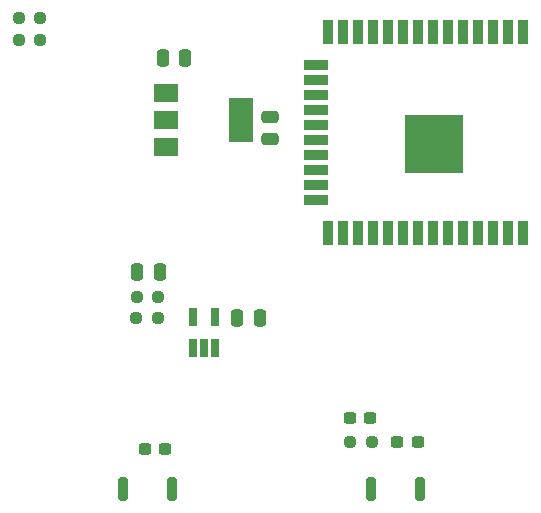
<source format=gbr>
%TF.GenerationSoftware,KiCad,Pcbnew,7.0.6*%
%TF.CreationDate,2023-10-13T10:01:51+08:00*%
%TF.ProjectId,86_BOX_PANEL,38365f42-4f58-45f5-9041-4e454c2e6b69,rev?*%
%TF.SameCoordinates,Original*%
%TF.FileFunction,Paste,Bot*%
%TF.FilePolarity,Positive*%
%FSLAX46Y46*%
G04 Gerber Fmt 4.6, Leading zero omitted, Abs format (unit mm)*
G04 Created by KiCad (PCBNEW 7.0.6) date 2023-10-13 10:01:51*
%MOMM*%
%LPD*%
G01*
G04 APERTURE LIST*
G04 Aperture macros list*
%AMRoundRect*
0 Rectangle with rounded corners*
0 $1 Rounding radius*
0 $2 $3 $4 $5 $6 $7 $8 $9 X,Y pos of 4 corners*
0 Add a 4 corners polygon primitive as box body*
4,1,4,$2,$3,$4,$5,$6,$7,$8,$9,$2,$3,0*
0 Add four circle primitives for the rounded corners*
1,1,$1+$1,$2,$3*
1,1,$1+$1,$4,$5*
1,1,$1+$1,$6,$7*
1,1,$1+$1,$8,$9*
0 Add four rect primitives between the rounded corners*
20,1,$1+$1,$2,$3,$4,$5,0*
20,1,$1+$1,$4,$5,$6,$7,0*
20,1,$1+$1,$6,$7,$8,$9,0*
20,1,$1+$1,$8,$9,$2,$3,0*%
G04 Aperture macros list end*
%ADD10RoundRect,0.250000X0.250000X0.475000X-0.250000X0.475000X-0.250000X-0.475000X0.250000X-0.475000X0*%
%ADD11RoundRect,0.250000X-0.475000X0.250000X-0.475000X-0.250000X0.475000X-0.250000X0.475000X0.250000X0*%
%ADD12RoundRect,0.237500X-0.300000X-0.237500X0.300000X-0.237500X0.300000X0.237500X-0.300000X0.237500X0*%
%ADD13RoundRect,0.237500X0.250000X0.237500X-0.250000X0.237500X-0.250000X-0.237500X0.250000X-0.237500X0*%
%ADD14RoundRect,0.237500X-0.250000X-0.237500X0.250000X-0.237500X0.250000X0.237500X-0.250000X0.237500X0*%
%ADD15R,0.650000X1.560000*%
%ADD16R,0.900000X2.000000*%
%ADD17R,2.000000X0.900000*%
%ADD18R,5.000000X5.000000*%
%ADD19R,2.000000X1.500000*%
%ADD20R,2.000000X3.800000*%
%ADD21RoundRect,0.200000X0.200000X0.800000X-0.200000X0.800000X-0.200000X-0.800000X0.200000X-0.800000X0*%
%ADD22RoundRect,0.237500X0.300000X0.237500X-0.300000X0.237500X-0.300000X-0.237500X0.300000X-0.237500X0*%
%ADD23RoundRect,0.250000X-0.250000X-0.475000X0.250000X-0.475000X0.250000X0.475000X-0.250000X0.475000X0*%
G04 APERTURE END LIST*
D10*
%TO.C,C4*%
X130260000Y-91380000D03*
X128360000Y-91380000D03*
%TD*%
D11*
%TO.C,C2*%
X131141589Y-74370000D03*
X131141589Y-76270000D03*
%TD*%
D12*
%TO.C,C7*%
X141897500Y-101880000D03*
X143622500Y-101880000D03*
%TD*%
D13*
%TO.C,R2*%
X121672500Y-89630000D03*
X119847500Y-89630000D03*
%TD*%
D14*
%TO.C,R1*%
X119785000Y-91380000D03*
X121610000Y-91380000D03*
%TD*%
D13*
%TO.C,R5*%
X111672500Y-67880000D03*
X109847500Y-67880000D03*
%TD*%
D15*
%TO.C,U2*%
X126510000Y-93980000D03*
X125560000Y-93980000D03*
X124610000Y-93980000D03*
X124610000Y-91280000D03*
X126510000Y-91280000D03*
%TD*%
D16*
%TO.C,ESP1*%
X152550000Y-84180000D03*
X151280000Y-84180000D03*
X150010000Y-84180000D03*
X148740000Y-84180000D03*
X147470000Y-84180000D03*
X146200000Y-84180000D03*
X144930000Y-84180000D03*
X143660000Y-84180000D03*
X142390000Y-84180000D03*
X141120000Y-84180000D03*
X139850000Y-84180000D03*
X138580000Y-84180000D03*
X137310000Y-84180000D03*
X136040000Y-84180000D03*
D17*
X135040000Y-81395000D03*
X135040000Y-80125000D03*
X135040000Y-78855000D03*
X135040000Y-77585000D03*
X135040000Y-76315000D03*
X135040000Y-75045000D03*
X135040000Y-73775000D03*
X135040000Y-72505000D03*
X135040000Y-71235000D03*
X135040000Y-69965000D03*
D16*
X136040000Y-67180000D03*
X137310000Y-67180000D03*
X138580000Y-67180000D03*
X139850000Y-67180000D03*
X141120000Y-67180000D03*
X142390000Y-67180000D03*
X143660000Y-67180000D03*
X144930000Y-67180000D03*
X146200000Y-67180000D03*
X147470000Y-67180000D03*
X148740000Y-67180000D03*
X150010000Y-67180000D03*
X151280000Y-67180000D03*
X152550000Y-67180000D03*
D18*
X145050000Y-76680000D03*
%TD*%
D19*
%TO.C,U3*%
X122360000Y-76930000D03*
X122360000Y-74630000D03*
D20*
X128660000Y-74630000D03*
D19*
X122360000Y-72330000D03*
%TD*%
D14*
%TO.C,R3*%
X137935000Y-101880000D03*
X139760000Y-101880000D03*
%TD*%
D13*
%TO.C,R4*%
X111676500Y-65990000D03*
X109851500Y-65990000D03*
%TD*%
D21*
%TO.C,SW2*%
X122860000Y-105880000D03*
X118660000Y-105880000D03*
%TD*%
%TO.C,SW1*%
X143860000Y-105880000D03*
X139660000Y-105880000D03*
%TD*%
D22*
%TO.C,C9*%
X122260000Y-102480000D03*
X120535000Y-102480000D03*
%TD*%
D23*
%TO.C,C1*%
X122060000Y-69380000D03*
X123960000Y-69380000D03*
%TD*%
%TO.C,C3*%
X119884000Y-87520000D03*
X121784000Y-87520000D03*
%TD*%
D12*
%TO.C,C8*%
X137897500Y-99880000D03*
X139622500Y-99880000D03*
%TD*%
M02*

</source>
